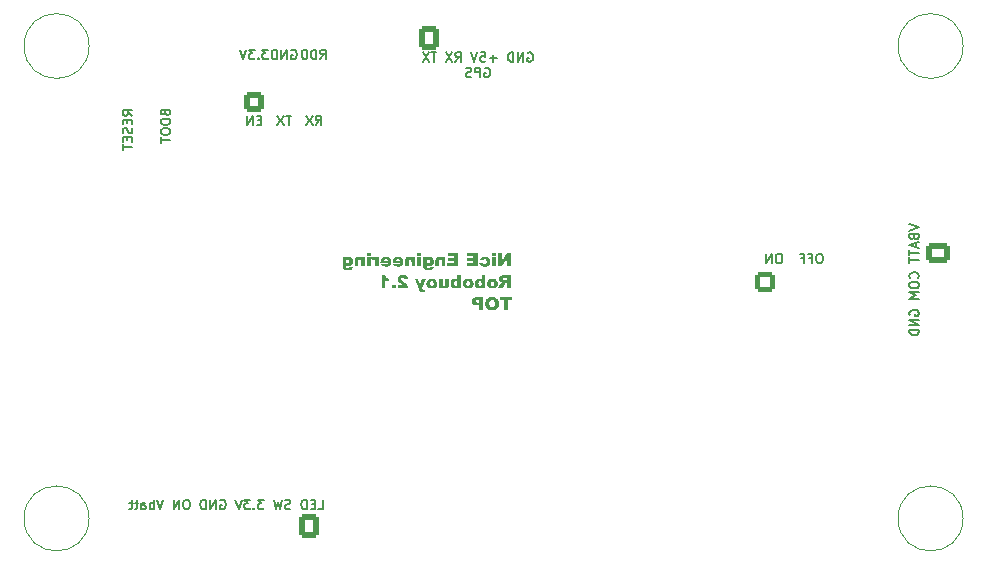
<source format=gbr>
%TF.GenerationSoftware,KiCad,Pcbnew,9.0.2*%
<<<<<<< HEAD
%TF.CreationDate,2025-06-18T20:52:38+02:00*%
=======
%TF.CreationDate,2025-06-17T18:05:03+02:00*%
>>>>>>> 2e23f7f8cb64151a60ec3d004f8241720292418e
%TF.ProjectId,Robobuoy-Top-v2_1,526f626f-6275-46f7-992d-546f702d7632,rev?*%
%TF.SameCoordinates,Original*%
%TF.FileFunction,Legend,Bot*%
%TF.FilePolarity,Positive*%
%FSLAX46Y46*%
G04 Gerber Fmt 4.6, Leading zero omitted, Abs format (unit mm)*
<<<<<<< HEAD
G04 Created by KiCad (PCBNEW 9.0.2) date 2025-06-18 20:52:38*
=======
G04 Created by KiCad (PCBNEW 9.0.2) date 2025-06-17 18:05:03*
>>>>>>> 2e23f7f8cb64151a60ec3d004f8241720292418e
%MOMM*%
%LPD*%
G01*
G04 APERTURE LIST*
G04 Aperture macros list*
%AMRoundRect*
0 Rectangle with rounded corners*
0 $1 Rounding radius*
0 $2 $3 $4 $5 $6 $7 $8 $9 X,Y pos of 4 corners*
0 Add a 4 corners polygon primitive as box body*
4,1,4,$2,$3,$4,$5,$6,$7,$8,$9,$2,$3,0*
0 Add four circle primitives for the rounded corners*
1,1,$1+$1,$2,$3*
1,1,$1+$1,$4,$5*
1,1,$1+$1,$6,$7*
1,1,$1+$1,$8,$9*
0 Add four rect primitives between the rounded corners*
20,1,$1+$1,$2,$3,$4,$5,0*
20,1,$1+$1,$4,$5,$6,$7,0*
20,1,$1+$1,$6,$7,$8,$9,0*
20,1,$1+$1,$8,$9,$2,$3,0*%
G04 Aperture macros list end*
%ADD10C,0.150000*%
%ADD11C,0.100000*%
%ADD12RoundRect,0.250000X-0.600000X-0.725000X0.600000X-0.725000X0.600000X0.725000X-0.600000X0.725000X0*%
%ADD13O,1.700000X1.950000*%
%ADD14C,3.200000*%
%ADD15R,1.700000X1.700000*%
%ADD16C,1.700000*%
%ADD17RoundRect,0.250000X0.600000X-0.600000X0.600000X0.600000X-0.600000X0.600000X-0.600000X-0.600000X0*%
%ADD18RoundRect,0.250000X0.600000X0.725000X-0.600000X0.725000X-0.600000X-0.725000X0.600000X-0.725000X0*%
%ADD19RoundRect,0.206250X-0.618750X-0.618750X0.618750X-0.618750X0.618750X0.618750X-0.618750X0.618750X0*%
%ADD20RoundRect,0.250000X-0.725000X0.600000X-0.725000X-0.600000X0.725000X-0.600000X0.725000X0.600000X0*%
%ADD21O,1.950000X1.700000*%
%ADD22R,1.650000X1.650000*%
%ADD23C,3.000000*%
G04 APERTURE END LIST*
D10*
X-14122477Y19663610D02*
X-14046287Y19701705D01*
X-14046287Y19701705D02*
X-13932001Y19701705D01*
X-13932001Y19701705D02*
X-13817715Y19663610D01*
X-13817715Y19663610D02*
X-13741525Y19587420D01*
X-13741525Y19587420D02*
X-13703430Y19511229D01*
X-13703430Y19511229D02*
X-13665334Y19358848D01*
X-13665334Y19358848D02*
X-13665334Y19244562D01*
X-13665334Y19244562D02*
X-13703430Y19092181D01*
X-13703430Y19092181D02*
X-13741525Y19015991D01*
X-13741525Y19015991D02*
X-13817715Y18939800D01*
X-13817715Y18939800D02*
X-13932001Y18901705D01*
X-13932001Y18901705D02*
X-14008192Y18901705D01*
X-14008192Y18901705D02*
X-14122477Y18939800D01*
X-14122477Y18939800D02*
X-14160573Y18977896D01*
X-14160573Y18977896D02*
X-14160573Y19244562D01*
X-14160573Y19244562D02*
X-14008192Y19244562D01*
X-14503430Y18901705D02*
X-14503430Y19701705D01*
X-14503430Y19701705D02*
X-14960573Y18901705D01*
X-14960573Y18901705D02*
X-14960573Y19701705D01*
X-15341525Y18901705D02*
X-15341525Y19701705D01*
X-15341525Y19701705D02*
X-15532001Y19701705D01*
X-15532001Y19701705D02*
X-15646287Y19663610D01*
X-15646287Y19663610D02*
X-15722477Y19587420D01*
X-15722477Y19587420D02*
X-15760572Y19511229D01*
X-15760572Y19511229D02*
X-15798668Y19358848D01*
X-15798668Y19358848D02*
X-15798668Y19244562D01*
X-15798668Y19244562D02*
X-15760572Y19092181D01*
X-15760572Y19092181D02*
X-15722477Y19015991D01*
X-15722477Y19015991D02*
X-15646287Y18939800D01*
X-15646287Y18939800D02*
X-15532001Y18901705D01*
X-15532001Y18901705D02*
X-15341525Y18901705D01*
G36*
X4457010Y2443461D02*
G01*
X4139177Y2443461D01*
X3724355Y1834796D01*
X3724355Y2443461D01*
X3403499Y2443461D01*
X3403499Y1343000D01*
X3724355Y1343000D01*
X4136893Y1948240D01*
X4136893Y1343000D01*
X4457010Y1343000D01*
X4457010Y2443461D01*
G37*
G36*
X3186214Y2443461D02*
G01*
X2880404Y2443461D01*
X2880404Y2237125D01*
X3186214Y2237125D01*
X3186214Y2443461D01*
G37*
G36*
X3186214Y2142554D02*
G01*
X2880404Y2142554D01*
X2880404Y1343000D01*
X3186214Y1343000D01*
X3186214Y2142554D01*
G37*
G36*
X2089717Y1656804D02*
G01*
X1798952Y1622414D01*
X1818767Y1563850D01*
X1845080Y1511802D01*
X1877873Y1465513D01*
X1917344Y1424997D01*
X1963773Y1390710D01*
X2017983Y1362479D01*
X2076037Y1343082D01*
X2147444Y1330405D01*
X2234797Y1325806D01*
X2356288Y1332308D01*
X2446305Y1349449D01*
X2500805Y1368809D01*
X2549033Y1394330D01*
X2591721Y1426019D01*
X2646113Y1483665D01*
X2687165Y1550210D01*
X2705291Y1599049D01*
X2717283Y1661141D01*
X2721689Y1739419D01*
X2716518Y1820657D01*
X2702102Y1888209D01*
X2679643Y1944345D01*
X2643482Y2000909D01*
X2595483Y2052013D01*
X2540241Y2094301D01*
X2485732Y2122941D01*
X2424978Y2142342D01*
X2349547Y2155100D01*
X2256559Y2159749D01*
X2156496Y2154489D01*
X2075536Y2140055D01*
X2010488Y2118082D01*
X1958607Y2089626D01*
X1911900Y2051280D01*
X1872528Y2005008D01*
X1840108Y1949902D01*
X1814736Y1884633D01*
X2102546Y1845945D01*
X2122254Y1893761D01*
X2151779Y1926344D01*
X2191737Y1946119D01*
X2247559Y1953412D01*
X2295648Y1947141D01*
X2335967Y1929063D01*
X2370407Y1898738D01*
X2394983Y1859533D01*
X2411261Y1805898D01*
X2417356Y1733374D01*
X2411463Y1669121D01*
X2395475Y1620304D01*
X2370810Y1583390D01*
X2336916Y1554931D01*
X2297887Y1537991D01*
X2252059Y1532142D01*
X2212994Y1535753D01*
X2179672Y1546047D01*
X2150973Y1562703D01*
X2126905Y1585625D01*
X2106430Y1616434D01*
X2089717Y1656804D01*
G37*
G36*
X1639028Y2443461D02*
G01*
X726768Y2443461D01*
X726768Y2207034D01*
X1297887Y2207034D01*
X1297887Y2030788D01*
X768143Y2030788D01*
X768143Y1807257D01*
X1297887Y1807257D01*
X1297887Y1592324D01*
X710245Y1592324D01*
X710245Y1343000D01*
X1639028Y1343000D01*
X1639028Y2443461D01*
G37*
G36*
X15203Y2443461D02*
G01*
X-897056Y2443461D01*
X-897056Y2207034D01*
X-325937Y2207034D01*
X-325937Y2030788D01*
X-855681Y2030788D01*
X-855681Y1807257D01*
X-325937Y1807257D01*
X-325937Y1592324D01*
X-913579Y1592324D01*
X-913579Y1343000D01*
X15203Y1343000D01*
X15203Y2443461D01*
G37*
G36*
X-1076458Y2142554D02*
G01*
X-1361245Y2142554D01*
X-1361245Y2011444D01*
X-1406496Y2062075D01*
X-1449442Y2099390D01*
X-1490474Y2125494D01*
X-1535335Y2143933D01*
X-1587946Y2155608D01*
X-1649794Y2159749D01*
X-1712613Y2154547D01*
X-1765549Y2139850D01*
X-1810413Y2116409D01*
X-1848540Y2084119D01*
X-1877970Y2044662D01*
X-1900352Y1994359D01*
X-1914992Y1930720D01*
X-1920342Y1850647D01*
X-1920342Y1343000D01*
X-1612987Y1343000D01*
X-1612987Y1781600D01*
X-1609178Y1831167D01*
X-1599364Y1865198D01*
X-1585179Y1887857D01*
X-1564745Y1904809D01*
X-1539198Y1915281D01*
X-1506997Y1919023D01*
X-1471899Y1914247D01*
X-1442290Y1900404D01*
X-1416792Y1876976D01*
X-1399506Y1846546D01*
X-1387159Y1798518D01*
X-1382269Y1725985D01*
X-1382269Y1343000D01*
X-1076458Y1343000D01*
X-1076458Y2142554D01*
G37*
G36*
X-2320019Y2153298D02*
G01*
X-2258026Y2134774D01*
X-2203556Y2104625D01*
X-2155358Y2062222D01*
X-2117867Y2011320D01*
X-2089797Y1948823D01*
X-2071733Y1872302D01*
X-2065220Y1778711D01*
X-2070155Y1696670D01*
X-2084043Y1626876D01*
X-2105857Y1567472D01*
X-2135074Y1516895D01*
X-2178368Y1465228D01*
X-2225196Y1426602D01*
X-2276021Y1399458D01*
X-2331737Y1383027D01*
X-2393599Y1377390D01*
X-2447262Y1381569D01*
X-2497883Y1393932D01*
X-2546135Y1414533D01*
X-2589389Y1443970D01*
X-2636272Y1490969D01*
X-2636272Y1369263D01*
X-2631761Y1310861D01*
X-2620197Y1271248D01*
X-2603562Y1245273D01*
X-2579502Y1226315D01*
X-2547434Y1214195D01*
X-2504827Y1209742D01*
X-2456887Y1215980D01*
X-2419928Y1233384D01*
X-2400621Y1254288D01*
X-2385337Y1291416D01*
X-2088460Y1325806D01*
X-2086983Y1284767D01*
X-2092864Y1225335D01*
X-2109768Y1173954D01*
X-2137445Y1128971D01*
X-2176785Y1089312D01*
X-2222412Y1061269D01*
X-2288339Y1038330D01*
X-2380773Y1022385D01*
X-2507044Y1016301D01*
X-2609108Y1021307D01*
X-2693767Y1035175D01*
X-2769950Y1060715D01*
X-2828235Y1096297D01*
X-2875395Y1144280D01*
X-2913134Y1206786D01*
X-2937111Y1276816D01*
X-2945105Y1350456D01*
X-2944367Y1385920D01*
X-2944367Y1756949D01*
X-2638556Y1756949D01*
X-2633571Y1700156D01*
X-2620201Y1657935D01*
X-2599868Y1626847D01*
X-2571756Y1602720D01*
X-2540220Y1588559D01*
X-2504021Y1583726D01*
X-2465819Y1588538D01*
X-2434018Y1602335D01*
X-2407099Y1625302D01*
X-2387861Y1655316D01*
X-2375089Y1696762D01*
X-2370292Y1753255D01*
X-2375061Y1818204D01*
X-2387391Y1863345D01*
X-2405219Y1893835D01*
X-2431020Y1917303D01*
X-2461689Y1931329D01*
X-2498782Y1936218D01*
X-2535819Y1931104D01*
X-2568470Y1916014D01*
X-2597987Y1890074D01*
X-2619502Y1857019D01*
X-2633433Y1813644D01*
X-2638556Y1756949D01*
X-2944367Y1756949D01*
X-2944367Y2142554D01*
X-2658102Y2142554D01*
X-2658102Y2022997D01*
X-2620328Y2069187D01*
X-2582703Y2103594D01*
X-2544993Y2127979D01*
X-2503483Y2144895D01*
X-2452884Y2155812D01*
X-2391315Y2159749D01*
X-2320019Y2153298D01*
G37*
G36*
X-3140359Y2443461D02*
G01*
X-3446170Y2443461D01*
X-3446170Y2237125D01*
X-3140359Y2237125D01*
X-3140359Y2443461D01*
G37*
G36*
X-3140359Y2142554D02*
G01*
X-3446170Y2142554D01*
X-3446170Y1343000D01*
X-3140359Y1343000D01*
X-3140359Y2142554D01*
G37*
G36*
X-3641692Y2142554D02*
G01*
X-3926479Y2142554D01*
X-3926479Y2011444D01*
X-3971730Y2062075D01*
X-4014676Y2099390D01*
X-4055708Y2125494D01*
X-4100569Y2143933D01*
X-4153180Y2155608D01*
X-4215028Y2159749D01*
X-4277847Y2154547D01*
X-4330783Y2139850D01*
X-4375647Y2116409D01*
X-4413774Y2084119D01*
X-4443204Y2044662D01*
X-4465586Y1994359D01*
X-4480225Y1930720D01*
X-4485576Y1850647D01*
X-4485576Y1343000D01*
X-4178220Y1343000D01*
X-4178220Y1781600D01*
X-4174411Y1831167D01*
X-4164598Y1865198D01*
X-4150413Y1887857D01*
X-4129979Y1904809D01*
X-4104432Y1915281D01*
X-4072231Y1919023D01*
X-4037132Y1914247D01*
X-4007524Y1900404D01*
X-3982026Y1876976D01*
X-3964740Y1846546D01*
X-3952393Y1798518D01*
X-3947502Y1725985D01*
X-3947502Y1343000D01*
X-3641692Y1343000D01*
X-3641692Y2142554D01*
G37*
G36*
X-4995055Y2154538D02*
G01*
X-4920681Y2139720D01*
X-4855818Y2116179D01*
X-4799118Y2084313D01*
X-4749541Y2044020D01*
X-4697670Y1982547D01*
X-4660583Y1912790D01*
X-4637702Y1833127D01*
X-4629715Y1741300D01*
X-4636704Y1655316D01*
X-4656807Y1579642D01*
X-4689427Y1512462D01*
X-4733802Y1452251D01*
X-4783865Y1405427D01*
X-4840082Y1370472D01*
X-4902456Y1347212D01*
X-4984095Y1331606D01*
X-5089606Y1325806D01*
X-5211096Y1332798D01*
X-5302386Y1351380D01*
X-5369826Y1378733D01*
X-5429662Y1419893D01*
X-5485194Y1477250D01*
X-5536669Y1553636D01*
X-5235358Y1579428D01*
X-5206076Y1547163D01*
X-5182028Y1528918D01*
X-5140121Y1511949D01*
X-5096323Y1506350D01*
X-5051154Y1512342D01*
X-5013168Y1529656D01*
X-4980595Y1558807D01*
X-4963327Y1584909D01*
X-4949748Y1620951D01*
X-4940765Y1669700D01*
X-5553930Y1669700D01*
X-5553930Y1704089D01*
X-5547423Y1807806D01*
X-5545702Y1815855D01*
X-5242881Y1815855D01*
X-4941504Y1815855D01*
X-4955166Y1880793D01*
X-4976833Y1922045D01*
X-5009348Y1953943D01*
X-5047531Y1972720D01*
X-5093301Y1979204D01*
X-5133849Y1974721D01*
X-5167265Y1962016D01*
X-5195125Y1941322D01*
X-5216072Y1913458D01*
X-5232402Y1872977D01*
X-5242881Y1815855D01*
X-5545702Y1815855D01*
X-5529529Y1891514D01*
X-5502078Y1958786D01*
X-5462167Y2018975D01*
X-5412165Y2068453D01*
X-5351020Y2108164D01*
X-5282840Y2135124D01*
X-5194301Y2153095D01*
X-5080539Y2159749D01*
X-4995055Y2154538D01*
G37*
G36*
X-6021363Y2154538D02*
G01*
X-5946990Y2139720D01*
X-5882127Y2116179D01*
X-5825426Y2084313D01*
X-5775849Y2044020D01*
X-5723979Y1982547D01*
X-5686892Y1912790D01*
X-5664010Y1833127D01*
X-5656024Y1741300D01*
X-5663013Y1655316D01*
X-5683115Y1579642D01*
X-5715735Y1512462D01*
X-5760111Y1452251D01*
X-5810174Y1405427D01*
X-5866390Y1370472D01*
X-5928764Y1347212D01*
X-6010403Y1331606D01*
X-6115915Y1325806D01*
X-6237405Y1332798D01*
X-6328694Y1351380D01*
X-6396135Y1378733D01*
X-6455970Y1419893D01*
X-6511502Y1477250D01*
X-6562977Y1553636D01*
X-6261667Y1579428D01*
X-6232385Y1547163D01*
X-6208336Y1528918D01*
X-6166430Y1511949D01*
X-6122632Y1506350D01*
X-6077462Y1512342D01*
X-6039477Y1529656D01*
X-6006903Y1558807D01*
X-5989636Y1584909D01*
X-5976057Y1620951D01*
X-5967073Y1669700D01*
X-6580239Y1669700D01*
X-6580239Y1704089D01*
X-6573732Y1807806D01*
X-6572011Y1815855D01*
X-6269189Y1815855D01*
X-5967812Y1815855D01*
X-5981475Y1880793D01*
X-6003142Y1922045D01*
X-6035657Y1953943D01*
X-6073839Y1972720D01*
X-6119609Y1979204D01*
X-6160158Y1974721D01*
X-6193574Y1962016D01*
X-6221434Y1941322D01*
X-6242381Y1913458D01*
X-6258710Y1872977D01*
X-6269189Y1815855D01*
X-6572011Y1815855D01*
X-6555837Y1891514D01*
X-6528386Y1958786D01*
X-6488476Y2018975D01*
X-6438474Y2068453D01*
X-6377328Y2108164D01*
X-6309148Y2135124D01*
X-6220609Y2153095D01*
X-6106847Y2159749D01*
X-6021363Y2154538D01*
G37*
G36*
X-6723640Y2142554D02*
G01*
X-7009905Y2142554D01*
X-7009905Y2011914D01*
X-7040554Y2066694D01*
X-7068908Y2104059D01*
X-7095207Y2127979D01*
X-7125954Y2145262D01*
X-7161758Y2155981D01*
X-7203815Y2159749D01*
X-7248052Y2155591D01*
X-7297039Y2142359D01*
X-7351851Y2118508D01*
X-7257146Y1900686D01*
X-7205231Y1918552D01*
X-7171508Y1923322D01*
X-7134084Y1917675D01*
X-7103617Y1901383D01*
X-7078348Y1873551D01*
X-7055145Y1823521D01*
X-7037943Y1740628D01*
X-7030995Y1611332D01*
X-7030995Y1343000D01*
X-6723640Y1343000D01*
X-6723640Y2142554D01*
G37*
G36*
X-7415391Y2443461D02*
G01*
X-7721201Y2443461D01*
X-7721201Y2237125D01*
X-7415391Y2237125D01*
X-7415391Y2443461D01*
G37*
G36*
X-7415391Y2142554D02*
G01*
X-7721201Y2142554D01*
X-7721201Y1343000D01*
X-7415391Y1343000D01*
X-7415391Y2142554D01*
G37*
G36*
X-7916723Y2142554D02*
G01*
X-8201511Y2142554D01*
X-8201511Y2011444D01*
X-8246762Y2062075D01*
X-8289708Y2099390D01*
X-8330740Y2125494D01*
X-8375600Y2143933D01*
X-8428212Y2155608D01*
X-8490059Y2159749D01*
X-8552879Y2154547D01*
X-8605814Y2139850D01*
X-8650678Y2116409D01*
X-8688806Y2084119D01*
X-8718236Y2044662D01*
X-8740617Y1994359D01*
X-8755257Y1930720D01*
X-8760607Y1850647D01*
X-8760607Y1343000D01*
X-8453252Y1343000D01*
X-8453252Y1781600D01*
X-8449443Y1831167D01*
X-8439629Y1865198D01*
X-8425445Y1887857D01*
X-8405010Y1904809D01*
X-8379463Y1915281D01*
X-8347263Y1919023D01*
X-8312164Y1914247D01*
X-8282555Y1900404D01*
X-8257058Y1876976D01*
X-8239771Y1846546D01*
X-8227425Y1798518D01*
X-8222534Y1725985D01*
X-8222534Y1343000D01*
X-7916723Y1343000D01*
X-7916723Y2142554D01*
G37*
G36*
X-9160284Y2153298D02*
G01*
X-9098292Y2134774D01*
X-9043821Y2104625D01*
X-8995623Y2062222D01*
X-8958132Y2011320D01*
X-8930062Y1948823D01*
X-8911998Y1872302D01*
X-8905486Y1778711D01*
X-8910421Y1696670D01*
X-8924308Y1626876D01*
X-8946122Y1567472D01*
X-8975339Y1516895D01*
X-9018633Y1465228D01*
X-9065462Y1426602D01*
X-9116287Y1399458D01*
X-9172002Y1383027D01*
X-9233864Y1377390D01*
X-9287527Y1381569D01*
X-9338148Y1393932D01*
X-9386400Y1414533D01*
X-9429654Y1443970D01*
X-9476538Y1490969D01*
X-9476538Y1369263D01*
X-9472027Y1310861D01*
X-9460462Y1271248D01*
X-9443827Y1245273D01*
X-9419768Y1226315D01*
X-9387699Y1214195D01*
X-9345092Y1209742D01*
X-9297152Y1215980D01*
X-9260193Y1233384D01*
X-9240886Y1254288D01*
X-9225603Y1291416D01*
X-8928725Y1325806D01*
X-8927248Y1284767D01*
X-8933129Y1225335D01*
X-8950034Y1173954D01*
X-8977711Y1128971D01*
X-9017050Y1089312D01*
X-9062677Y1061269D01*
X-9128605Y1038330D01*
X-9221038Y1022385D01*
X-9347309Y1016301D01*
X-9449373Y1021307D01*
X-9534032Y1035175D01*
X-9610215Y1060715D01*
X-9668500Y1096297D01*
X-9715660Y1144280D01*
X-9753399Y1206786D01*
X-9777376Y1276816D01*
X-9785371Y1350456D01*
X-9784632Y1385920D01*
X-9784632Y1756949D01*
X-9478821Y1756949D01*
X-9473836Y1700156D01*
X-9460466Y1657935D01*
X-9440133Y1626847D01*
X-9412021Y1602720D01*
X-9380486Y1588559D01*
X-9344286Y1583726D01*
X-9306084Y1588538D01*
X-9274283Y1602335D01*
X-9247365Y1625302D01*
X-9228126Y1655316D01*
X-9215354Y1696762D01*
X-9210557Y1753255D01*
X-9215326Y1818204D01*
X-9227656Y1863345D01*
X-9245484Y1893835D01*
X-9271285Y1917303D01*
X-9301955Y1931329D01*
X-9339047Y1936218D01*
X-9376084Y1931104D01*
X-9408735Y1916014D01*
X-9438253Y1890074D01*
X-9459767Y1857019D01*
X-9473698Y1813644D01*
X-9478821Y1756949D01*
X-9784632Y1756949D01*
X-9784632Y2142554D01*
X-9498367Y2142554D01*
X-9498367Y2022997D01*
X-9460594Y2069187D01*
X-9422968Y2103594D01*
X-9385258Y2127979D01*
X-9343748Y2144895D01*
X-9293149Y2155812D01*
X-9231580Y2159749D01*
X-9160284Y2153298D01*
G37*
G36*
X4454793Y-505000D02*
G01*
X4112847Y-505000D01*
X4112847Y-57937D01*
X4082824Y-57937D01*
X4038454Y-64382D01*
X3999403Y-83461D01*
X3973672Y-110143D01*
X3937811Y-168360D01*
X3755923Y-505000D01*
X3371192Y-505000D01*
X3535750Y-186965D01*
X3583506Y-118186D01*
X3617971Y-78168D01*
X3637978Y-60020D01*
X3670506Y-41257D01*
X3726638Y-19182D01*
X3655475Y1563D01*
X3607149Y24342D01*
X3564504Y54938D01*
X3528902Y90702D01*
X3499749Y132010D01*
X3478489Y177785D01*
X3465279Y230006D01*
X3462842Y261642D01*
X3802537Y261642D01*
X3807930Y227599D01*
X3823963Y197901D01*
X3848539Y175363D01*
X3879174Y163377D01*
X3969312Y148399D01*
X4112847Y148399D01*
X4112847Y371930D01*
X3963334Y371930D01*
X3901177Y367819D01*
X3861015Y357555D01*
X3836389Y343384D01*
X3817967Y322265D01*
X3806604Y295590D01*
X3802537Y261642D01*
X3462842Y261642D01*
X3460658Y289987D01*
X3466695Y358461D01*
X3483926Y417275D01*
X3511772Y468247D01*
X3549681Y512183D01*
X3594180Y545300D01*
X3646240Y568460D01*
X3702858Y582208D01*
X3781414Y591807D01*
X3887436Y595461D01*
X4454793Y595461D01*
X4454793Y-505000D01*
G37*
G36*
X2988186Y306489D02*
G01*
X3062388Y291471D01*
X3127731Y267489D01*
X3185459Y234859D01*
X3236522Y193401D01*
X3290289Y130422D01*
X3328372Y60341D01*
X3351646Y-18287D01*
X3359706Y-107506D01*
X3353607Y-184579D01*
X3335946Y-253585D01*
X3307130Y-315927D01*
X3266820Y-372682D01*
X3213954Y-424534D01*
X3152405Y-465953D01*
X3081272Y-496350D01*
X2998809Y-515457D01*
X2902838Y-522194D01*
X2815482Y-516893D01*
X2739541Y-501827D01*
X2673371Y-477904D01*
X2615588Y-445543D01*
X2565123Y-404652D01*
X2511963Y-342076D01*
X2474198Y-272031D01*
X2451050Y-193020D01*
X2443014Y-102939D01*
X2443106Y-101797D01*
X2750302Y-101797D01*
X2755998Y-175865D01*
X2770890Y-228471D01*
X2792751Y-265013D01*
X2823935Y-293428D01*
X2859615Y-310129D01*
X2901360Y-315858D01*
X2942552Y-310103D01*
X2978259Y-293214D01*
X3009969Y-264274D01*
X3032425Y-227246D01*
X3047475Y-175636D01*
X3053157Y-104820D01*
X3047465Y-35113D01*
X3032314Y16181D01*
X3009566Y53425D01*
X2977585Y82529D01*
X2941272Y99581D01*
X2899076Y105412D01*
X2859341Y99747D01*
X2824502Y83021D01*
X2793154Y54164D01*
X2770795Y17460D01*
X2755899Y-33094D01*
X2750302Y-101797D01*
X2443106Y-101797D01*
X2449488Y-22340D01*
X2468208Y49520D01*
X2498725Y114171D01*
X2541413Y172781D01*
X2592829Y221060D01*
X2653160Y259208D01*
X2723768Y287483D01*
X2806508Y305398D01*
X2903644Y311749D01*
X2988186Y306489D01*
G37*
G36*
X2294374Y-505000D02*
G01*
X2008042Y-505000D01*
X2008042Y-386786D01*
X1947233Y-452447D01*
X1898359Y-487805D01*
X1852681Y-506774D01*
X1803815Y-518274D01*
X1751062Y-522194D01*
X1689858Y-516648D01*
X1633229Y-500304D01*
X1580122Y-473028D01*
X1533614Y-435747D01*
X1493450Y-386800D01*
X1459491Y-324254D01*
X1435847Y-256572D01*
X1421064Y-180264D01*
X1416254Y-99849D01*
X1721777Y-99849D01*
X1726895Y-171175D01*
X1740067Y-220315D01*
X1758987Y-253124D01*
X1786279Y-278816D01*
X1816542Y-293649D01*
X1851006Y-298663D01*
X1888447Y-293475D01*
X1920675Y-278300D01*
X1949069Y-252385D01*
X1968969Y-219067D01*
X1982554Y-170903D01*
X1987758Y-102872D01*
X1982627Y-41167D01*
X1968944Y4374D01*
X1948331Y37574D01*
X1919370Y63382D01*
X1885928Y78654D01*
X1846506Y83919D01*
X1813984Y79083D01*
X1784941Y64657D01*
X1758249Y39454D01*
X1739383Y7649D01*
X1726625Y-37358D01*
X1721777Y-99849D01*
X1416254Y-99849D01*
X1415900Y-93939D01*
X1422760Y4627D01*
X1441837Y85668D01*
X1471559Y152272D01*
X1511344Y206901D01*
X1562511Y252991D01*
X1618931Y285348D01*
X1681724Y304980D01*
X1752539Y311749D01*
X1821005Y305583D01*
X1881433Y287770D01*
X1936232Y258023D01*
X1985474Y215834D01*
X1985474Y595461D01*
X2294374Y595461D01*
X2294374Y-505000D01*
G37*
G36*
X935569Y306489D02*
G01*
X1009771Y291471D01*
X1075114Y267489D01*
X1132842Y234859D01*
X1183905Y193401D01*
X1237672Y130422D01*
X1275755Y60341D01*
X1299029Y-18287D01*
X1307089Y-107506D01*
X1300990Y-184579D01*
X1283329Y-253585D01*
X1254513Y-315927D01*
X1214203Y-372682D01*
X1161337Y-424534D01*
X1099788Y-465953D01*
X1028655Y-496350D01*
X946192Y-515457D01*
X850221Y-522194D01*
X762865Y-516893D01*
X686924Y-501827D01*
X620754Y-477904D01*
X562971Y-445543D01*
X512506Y-404652D01*
X459346Y-342076D01*
X421581Y-272031D01*
X398433Y-193020D01*
X390397Y-102939D01*
X390489Y-101797D01*
X697685Y-101797D01*
X703381Y-175865D01*
X718273Y-228471D01*
X740135Y-265013D01*
X771318Y-293428D01*
X806999Y-310129D01*
X848743Y-315858D01*
X889935Y-310103D01*
X925642Y-293214D01*
X957352Y-264274D01*
X979808Y-227246D01*
X994858Y-175636D01*
X1000540Y-104820D01*
X994848Y-35113D01*
X979697Y16181D01*
X956949Y53425D01*
X924968Y82529D01*
X888655Y99581D01*
X846460Y105412D01*
X806724Y99747D01*
X771885Y83021D01*
X740538Y54164D01*
X718178Y17460D01*
X703282Y-33094D01*
X697685Y-101797D01*
X390489Y-101797D01*
X396871Y-22340D01*
X415591Y49520D01*
X446108Y114171D01*
X488796Y172781D01*
X540212Y221060D01*
X600543Y259208D01*
X671151Y287483D01*
X753892Y305398D01*
X851027Y311749D01*
X935569Y306489D01*
G37*
G36*
X241757Y-505000D02*
G01*
X-44575Y-505000D01*
X-44575Y-386786D01*
X-105384Y-452447D01*
X-154258Y-487805D01*
X-199936Y-506774D01*
X-248802Y-518274D01*
X-301555Y-522194D01*
X-362759Y-516648D01*
X-419388Y-500304D01*
X-472495Y-473028D01*
X-519003Y-435747D01*
X-559167Y-386800D01*
X-593126Y-324254D01*
X-616770Y-256572D01*
X-631553Y-180264D01*
X-636363Y-99849D01*
X-330840Y-99849D01*
X-325722Y-171175D01*
X-312550Y-220315D01*
X-293629Y-253124D01*
X-266338Y-278816D01*
X-236075Y-293649D01*
X-201611Y-298663D01*
X-164170Y-293475D01*
X-131941Y-278300D01*
X-103547Y-252385D01*
X-83647Y-219067D01*
X-70063Y-170903D01*
X-64859Y-102872D01*
X-69989Y-41167D01*
X-83673Y4374D01*
X-104286Y37574D01*
X-133247Y63382D01*
X-166689Y78654D01*
X-206111Y83919D01*
X-238632Y79083D01*
X-267675Y64657D01*
X-294368Y39454D01*
X-313234Y7649D01*
X-325992Y-37358D01*
X-330840Y-99849D01*
X-636363Y-99849D01*
X-636717Y-93939D01*
X-629857Y4627D01*
X-610780Y85668D01*
X-581058Y152272D01*
X-541273Y206901D01*
X-490106Y252991D01*
X-433686Y285348D01*
X-370893Y304980D01*
X-300077Y311749D01*
X-231612Y305583D01*
X-171184Y287770D01*
X-116385Y258023D01*
X-67143Y215834D01*
X-67143Y595461D01*
X241757Y595461D01*
X241757Y-505000D01*
G37*
G36*
X-1623935Y-505000D02*
G01*
X-1338409Y-505000D01*
X-1338409Y-374226D01*
X-1293141Y-424998D01*
X-1250313Y-462269D01*
X-1209516Y-488208D01*
X-1164924Y-506462D01*
X-1112229Y-518066D01*
X-1049860Y-522194D01*
X-987439Y-517009D01*
X-934728Y-502343D01*
X-889946Y-478926D01*
X-851785Y-446632D01*
X-822357Y-407142D01*
X-799997Y-356913D01*
X-785386Y-293493D01*
X-780051Y-213831D01*
X-780051Y294554D01*
X-1087406Y294554D01*
X-1087406Y-143441D01*
X-1091206Y-192959D01*
X-1101013Y-227106D01*
X-1115214Y-249967D01*
X-1135674Y-267117D01*
X-1161222Y-277693D01*
X-1193396Y-281468D01*
X-1227979Y-276730D01*
X-1257453Y-262934D01*
X-1283130Y-239489D01*
X-1300675Y-209020D01*
X-1313177Y-161043D01*
X-1318124Y-88700D01*
X-1318124Y294554D01*
X-1623935Y294554D01*
X-1623935Y-505000D01*
G37*
G36*
X-2143356Y306489D02*
G01*
X-2069154Y291471D01*
X-2003811Y267489D01*
X-1946083Y234859D01*
X-1895020Y193401D01*
X-1841253Y130422D01*
X-1803170Y60341D01*
X-1779896Y-18287D01*
X-1771836Y-107506D01*
X-1777935Y-184579D01*
X-1795596Y-253585D01*
X-1824412Y-315927D01*
X-1864722Y-372682D01*
X-1917588Y-424534D01*
X-1979137Y-465953D01*
X-2050271Y-496350D01*
X-2132734Y-515457D01*
X-2228704Y-522194D01*
X-2316060Y-516893D01*
X-2392002Y-501827D01*
X-2458171Y-477904D01*
X-2515954Y-445543D01*
X-2566419Y-404652D01*
X-2619579Y-342076D01*
X-2657345Y-272031D01*
X-2680493Y-193020D01*
X-2688528Y-102939D01*
X-2688436Y-101797D01*
X-2381240Y-101797D01*
X-2375545Y-175865D01*
X-2360652Y-228471D01*
X-2338791Y-265013D01*
X-2307607Y-293428D01*
X-2271927Y-310129D01*
X-2230182Y-315858D01*
X-2188991Y-310103D01*
X-2153284Y-293214D01*
X-2121573Y-264274D01*
X-2099117Y-227246D01*
X-2084067Y-175636D01*
X-2078385Y-104820D01*
X-2084077Y-35113D01*
X-2099228Y16181D01*
X-2121976Y53425D01*
X-2153958Y82529D01*
X-2190270Y99581D01*
X-2232466Y105412D01*
X-2272201Y99747D01*
X-2307041Y83021D01*
X-2338388Y54164D01*
X-2360747Y17460D01*
X-2375643Y-33094D01*
X-2381240Y-101797D01*
X-2688436Y-101797D01*
X-2682054Y-22340D01*
X-2663334Y49520D01*
X-2632817Y114171D01*
X-2590129Y172781D01*
X-2538714Y221060D01*
X-2478382Y259208D01*
X-2407775Y287483D01*
X-2325034Y305398D01*
X-2227898Y311749D01*
X-2143356Y306489D01*
G37*
G36*
X-2721238Y294554D02*
G01*
X-3044378Y294554D01*
X-3208936Y-237743D01*
X-3361472Y294554D01*
X-3662782Y294554D01*
X-3346427Y-561084D01*
X-3305407Y-657946D01*
X-3268673Y-721015D01*
X-3235938Y-759159D01*
X-3194565Y-788883D01*
X-3142096Y-811510D01*
X-3076024Y-826301D01*
X-2993264Y-831699D01*
X-2918208Y-828047D01*
X-2788875Y-814034D01*
X-2764830Y-603063D01*
X-2833353Y-619576D01*
X-2912126Y-625362D01*
X-2962399Y-618417D01*
X-2999645Y-599234D01*
X-3028587Y-565974D01*
X-3056401Y-505738D01*
X-2721238Y294554D01*
G37*
G36*
X-5129235Y-505000D02*
G01*
X-4210998Y-505000D01*
X-4228496Y-416898D01*
X-4260173Y-332134D01*
X-4306778Y-249766D01*
X-4366524Y-175138D01*
X-4462891Y-82464D01*
X-4607013Y32066D01*
X-4727335Y128458D01*
X-4779094Y183057D01*
X-4808021Y235354D01*
X-4816641Y280919D01*
X-4812492Y312748D01*
X-4800276Y340937D01*
X-4779430Y366490D01*
X-4752791Y386068D01*
X-4722007Y397905D01*
X-4685867Y402021D01*
X-4648351Y397704D01*
X-4616879Y385356D01*
X-4590087Y365012D01*
X-4569974Y337733D01*
X-4552893Y295866D01*
X-4540115Y234372D01*
X-4233566Y259291D01*
X-4250303Y344951D01*
X-4272720Y411343D01*
X-4299658Y462001D01*
X-4335595Y506300D01*
X-4380397Y543450D01*
X-4435268Y573766D01*
X-4495088Y593907D01*
X-4574319Y607554D01*
X-4677605Y612656D01*
X-4785723Y607789D01*
X-4867807Y594843D01*
X-4928943Y575916D01*
X-4985172Y546638D01*
X-5031883Y509161D01*
X-5070195Y463008D01*
X-5098783Y410308D01*
X-5115898Y353825D01*
X-5121712Y292405D01*
X-5115294Y227082D01*
X-5095928Y163428D01*
X-5062740Y100375D01*
X-5018487Y43708D01*
X-4949297Y-22562D01*
X-4848209Y-100185D01*
X-4724555Y-189181D01*
X-4651343Y-255676D01*
X-5129235Y-255676D01*
X-5129235Y-505000D01*
G37*
G36*
X-5289898Y-199794D02*
G01*
X-5616798Y-199794D01*
X-5616798Y-505000D01*
X-5289898Y-505000D01*
X-5289898Y-199794D01*
G37*
G36*
X-6466055Y612656D02*
G01*
X-6466055Y-505000D01*
X-6156484Y-505000D01*
X-6156484Y225708D01*
X-6080821Y173287D01*
X-6011067Y133891D01*
X-5935825Y101081D01*
X-5834822Y66724D01*
X-5834822Y316047D01*
X-5937350Y354680D01*
X-6016983Y395370D01*
X-6077563Y437552D01*
X-6130872Y488376D01*
X-6175841Y546502D01*
X-6212837Y612656D01*
X-6466055Y612656D01*
G37*
G36*
X4536670Y-1252539D02*
G01*
X3501965Y-1252539D01*
X3501965Y-1523355D01*
X3849151Y-1523355D01*
X3849151Y-2353000D01*
X4189552Y-2353000D01*
X4189552Y-1523355D01*
X4536670Y-1523355D01*
X4536670Y-1252539D01*
G37*
G36*
X2983320Y-1242088D02*
G01*
X3077535Y-1261250D01*
X3159509Y-1291684D01*
X3230999Y-1332895D01*
X3293345Y-1385059D01*
X3345682Y-1447191D01*
X3387033Y-1518541D01*
X3417580Y-1600464D01*
X3436822Y-1694743D01*
X3443598Y-1803508D01*
X3438331Y-1900391D01*
X3423357Y-1985026D01*
X3399632Y-2059053D01*
X3367699Y-2123894D01*
X3325876Y-2184846D01*
X3279104Y-2235779D01*
X3227196Y-2277654D01*
X3169691Y-2311087D01*
X3086183Y-2342519D01*
X2984570Y-2362859D01*
X2861262Y-2370194D01*
X2768746Y-2365428D01*
X2687845Y-2351884D01*
X2617053Y-2330453D01*
X2555048Y-2301684D01*
X2496829Y-2263724D01*
X2446498Y-2219393D01*
X2403403Y-2168371D01*
X2367183Y-2110057D01*
X2340186Y-2048282D01*
X2319813Y-1976205D01*
X2306789Y-1892217D01*
X2302165Y-1794508D01*
X2302400Y-1790746D01*
X2642566Y-1790746D01*
X2647494Y-1886765D01*
X2660485Y-1957846D01*
X2679345Y-2009296D01*
X2702681Y-2045577D01*
X2735102Y-2076096D01*
X2773346Y-2098043D01*
X2818579Y-2111732D01*
X2872478Y-2116572D01*
X2924662Y-2111731D01*
X2969270Y-2097914D01*
X3007779Y-2075530D01*
X3041201Y-2044099D01*
X3065907Y-2006834D01*
X3085311Y-1956941D01*
X3098344Y-1891176D01*
X3103196Y-1805657D01*
X3098304Y-1719322D01*
X3085180Y-1653115D01*
X3065671Y-1603051D01*
X3040866Y-1565805D01*
X3007224Y-1534138D01*
X2969121Y-1511751D01*
X2925658Y-1498038D01*
X2875501Y-1493265D01*
X2822858Y-1498049D01*
X2777848Y-1511695D01*
X2739002Y-1533762D01*
X2705300Y-1564663D01*
X2679966Y-1601506D01*
X2660362Y-1649567D01*
X2647362Y-1711554D01*
X2642566Y-1790746D01*
X2302400Y-1790746D01*
X2308875Y-1687281D01*
X2327927Y-1594397D01*
X2358169Y-1513736D01*
X2399110Y-1443531D01*
X2450940Y-1382439D01*
X2512426Y-1331582D01*
X2583836Y-1291152D01*
X2666674Y-1261104D01*
X2762882Y-1242073D01*
X2874762Y-1235344D01*
X2983320Y-1242088D01*
G37*
G36*
X2120143Y-2353000D02*
G01*
X1778264Y-2353000D01*
X1778264Y-1944625D01*
X1591877Y-1944625D01*
X1487570Y-1937665D01*
X1404254Y-1918577D01*
X1338022Y-1889327D01*
X1285730Y-1850793D01*
X1242847Y-1800833D01*
X1211756Y-1742043D01*
X1192277Y-1672671D01*
X1186170Y-1599724D01*
X1516784Y-1599724D01*
X1521294Y-1633364D01*
X1534406Y-1662052D01*
X1556614Y-1687041D01*
X1585479Y-1704282D01*
X1629643Y-1716366D01*
X1694843Y-1721094D01*
X1778264Y-1721094D01*
X1778264Y-1476070D01*
X1681343Y-1476070D01*
X1618389Y-1481121D01*
X1577190Y-1493894D01*
X1551375Y-1512071D01*
X1532169Y-1537761D01*
X1520718Y-1566638D01*
X1516784Y-1599724D01*
X1186170Y-1599724D01*
X1185383Y-1590321D01*
X1191825Y-1509751D01*
X1209896Y-1442804D01*
X1238464Y-1386977D01*
X1277469Y-1340393D01*
X1325607Y-1304093D01*
X1385900Y-1276730D01*
X1461021Y-1258982D01*
X1554330Y-1252539D01*
X2120143Y-1252539D01*
X2120143Y-2353000D01*
G37*
X-14122477Y14113705D02*
X-14579620Y14113705D01*
X-14351048Y13313705D02*
X-14351048Y14113705D01*
X-14770096Y14113705D02*
X-15303430Y13313705D01*
X-15303430Y14113705D02*
X-14770096Y13313705D01*
X-27577705Y14109505D02*
X-27958658Y14376172D01*
X-27577705Y14566648D02*
X-28377705Y14566648D01*
X-28377705Y14566648D02*
X-28377705Y14261886D01*
X-28377705Y14261886D02*
X-28339610Y14185696D01*
X-28339610Y14185696D02*
X-28301515Y14147601D01*
X-28301515Y14147601D02*
X-28225324Y14109505D01*
X-28225324Y14109505D02*
X-28111039Y14109505D01*
X-28111039Y14109505D02*
X-28034848Y14147601D01*
X-28034848Y14147601D02*
X-27996753Y14185696D01*
X-27996753Y14185696D02*
X-27958658Y14261886D01*
X-27958658Y14261886D02*
X-27958658Y14566648D01*
X-27996753Y13766648D02*
X-27996753Y13499982D01*
X-27577705Y13385696D02*
X-27577705Y13766648D01*
X-27577705Y13766648D02*
X-28377705Y13766648D01*
X-28377705Y13766648D02*
X-28377705Y13385696D01*
X-27615800Y13080934D02*
X-27577705Y12966648D01*
X-27577705Y12966648D02*
X-27577705Y12776172D01*
X-27577705Y12776172D02*
X-27615800Y12699981D01*
X-27615800Y12699981D02*
X-27653896Y12661886D01*
X-27653896Y12661886D02*
X-27730086Y12623791D01*
X-27730086Y12623791D02*
X-27806277Y12623791D01*
X-27806277Y12623791D02*
X-27882467Y12661886D01*
X-27882467Y12661886D02*
X-27920562Y12699981D01*
X-27920562Y12699981D02*
X-27958658Y12776172D01*
X-27958658Y12776172D02*
X-27996753Y12928553D01*
X-27996753Y12928553D02*
X-28034848Y13004743D01*
X-28034848Y13004743D02*
X-28072943Y13042838D01*
X-28072943Y13042838D02*
X-28149134Y13080934D01*
X-28149134Y13080934D02*
X-28225324Y13080934D01*
X-28225324Y13080934D02*
X-28301515Y13042838D01*
X-28301515Y13042838D02*
X-28339610Y13004743D01*
X-28339610Y13004743D02*
X-28377705Y12928553D01*
X-28377705Y12928553D02*
X-28377705Y12738076D01*
X-28377705Y12738076D02*
X-28339610Y12623791D01*
X-27996753Y12280933D02*
X-27996753Y12014267D01*
X-27577705Y11899981D02*
X-27577705Y12280933D01*
X-27577705Y12280933D02*
X-28377705Y12280933D01*
X-28377705Y12280933D02*
X-28377705Y11899981D01*
X-28377705Y11671409D02*
X-28377705Y11214266D01*
X-27577705Y11442838D02*
X-28377705Y11442838D01*
X-11846113Y-19198295D02*
X-11465161Y-19198295D01*
X-11465161Y-19198295D02*
X-11465161Y-18398295D01*
X-12112780Y-18779247D02*
X-12379446Y-18779247D01*
X-12493732Y-19198295D02*
X-12112780Y-19198295D01*
X-12112780Y-19198295D02*
X-12112780Y-18398295D01*
X-12112780Y-18398295D02*
X-12493732Y-18398295D01*
X-12836590Y-19198295D02*
X-12836590Y-18398295D01*
X-12836590Y-18398295D02*
X-13027066Y-18398295D01*
X-13027066Y-18398295D02*
X-13141352Y-18436390D01*
X-13141352Y-18436390D02*
X-13217542Y-18512580D01*
X-13217542Y-18512580D02*
X-13255637Y-18588771D01*
X-13255637Y-18588771D02*
X-13293733Y-18741152D01*
X-13293733Y-18741152D02*
X-13293733Y-18855438D01*
X-13293733Y-18855438D02*
X-13255637Y-19007819D01*
X-13255637Y-19007819D02*
X-13217542Y-19084009D01*
X-13217542Y-19084009D02*
X-13141352Y-19160200D01*
X-13141352Y-19160200D02*
X-13027066Y-19198295D01*
X-13027066Y-19198295D02*
X-12836590Y-19198295D01*
X-14208018Y-19160200D02*
X-14322304Y-19198295D01*
X-14322304Y-19198295D02*
X-14512780Y-19198295D01*
X-14512780Y-19198295D02*
X-14588971Y-19160200D01*
X-14588971Y-19160200D02*
X-14627066Y-19122104D01*
X-14627066Y-19122104D02*
X-14665161Y-19045914D01*
X-14665161Y-19045914D02*
X-14665161Y-18969723D01*
X-14665161Y-18969723D02*
X-14627066Y-18893533D01*
X-14627066Y-18893533D02*
X-14588971Y-18855438D01*
X-14588971Y-18855438D02*
X-14512780Y-18817342D01*
X-14512780Y-18817342D02*
X-14360399Y-18779247D01*
X-14360399Y-18779247D02*
X-14284209Y-18741152D01*
X-14284209Y-18741152D02*
X-14246114Y-18703057D01*
X-14246114Y-18703057D02*
X-14208018Y-18626866D01*
X-14208018Y-18626866D02*
X-14208018Y-18550676D01*
X-14208018Y-18550676D02*
X-14246114Y-18474485D01*
X-14246114Y-18474485D02*
X-14284209Y-18436390D01*
X-14284209Y-18436390D02*
X-14360399Y-18398295D01*
X-14360399Y-18398295D02*
X-14550876Y-18398295D01*
X-14550876Y-18398295D02*
X-14665161Y-18436390D01*
X-14931828Y-18398295D02*
X-15122304Y-19198295D01*
X-15122304Y-19198295D02*
X-15274685Y-18626866D01*
X-15274685Y-18626866D02*
X-15427066Y-19198295D01*
X-15427066Y-19198295D02*
X-15617542Y-18398295D01*
X-16455638Y-18398295D02*
X-16950876Y-18398295D01*
X-16950876Y-18398295D02*
X-16684210Y-18703057D01*
X-16684210Y-18703057D02*
X-16798495Y-18703057D01*
X-16798495Y-18703057D02*
X-16874686Y-18741152D01*
X-16874686Y-18741152D02*
X-16912781Y-18779247D01*
X-16912781Y-18779247D02*
X-16950876Y-18855438D01*
X-16950876Y-18855438D02*
X-16950876Y-19045914D01*
X-16950876Y-19045914D02*
X-16912781Y-19122104D01*
X-16912781Y-19122104D02*
X-16874686Y-19160200D01*
X-16874686Y-19160200D02*
X-16798495Y-19198295D01*
X-16798495Y-19198295D02*
X-16569924Y-19198295D01*
X-16569924Y-19198295D02*
X-16493733Y-19160200D01*
X-16493733Y-19160200D02*
X-16455638Y-19122104D01*
X-17293734Y-19122104D02*
X-17331829Y-19160200D01*
X-17331829Y-19160200D02*
X-17293734Y-19198295D01*
X-17293734Y-19198295D02*
X-17255638Y-19160200D01*
X-17255638Y-19160200D02*
X-17293734Y-19122104D01*
X-17293734Y-19122104D02*
X-17293734Y-19198295D01*
X-17598495Y-18398295D02*
X-18093733Y-18398295D01*
X-18093733Y-18398295D02*
X-17827067Y-18703057D01*
X-17827067Y-18703057D02*
X-17941352Y-18703057D01*
X-17941352Y-18703057D02*
X-18017543Y-18741152D01*
X-18017543Y-18741152D02*
X-18055638Y-18779247D01*
X-18055638Y-18779247D02*
X-18093733Y-18855438D01*
X-18093733Y-18855438D02*
X-18093733Y-19045914D01*
X-18093733Y-19045914D02*
X-18055638Y-19122104D01*
X-18055638Y-19122104D02*
X-18017543Y-19160200D01*
X-18017543Y-19160200D02*
X-17941352Y-19198295D01*
X-17941352Y-19198295D02*
X-17712781Y-19198295D01*
X-17712781Y-19198295D02*
X-17636590Y-19160200D01*
X-17636590Y-19160200D02*
X-17598495Y-19122104D01*
X-18322305Y-18398295D02*
X-18588972Y-19198295D01*
X-18588972Y-19198295D02*
X-18855638Y-18398295D01*
X-20150876Y-18436390D02*
X-20074686Y-18398295D01*
X-20074686Y-18398295D02*
X-19960400Y-18398295D01*
X-19960400Y-18398295D02*
X-19846114Y-18436390D01*
X-19846114Y-18436390D02*
X-19769924Y-18512580D01*
X-19769924Y-18512580D02*
X-19731829Y-18588771D01*
X-19731829Y-18588771D02*
X-19693733Y-18741152D01*
X-19693733Y-18741152D02*
X-19693733Y-18855438D01*
X-19693733Y-18855438D02*
X-19731829Y-19007819D01*
X-19731829Y-19007819D02*
X-19769924Y-19084009D01*
X-19769924Y-19084009D02*
X-19846114Y-19160200D01*
X-19846114Y-19160200D02*
X-19960400Y-19198295D01*
X-19960400Y-19198295D02*
X-20036591Y-19198295D01*
X-20036591Y-19198295D02*
X-20150876Y-19160200D01*
X-20150876Y-19160200D02*
X-20188972Y-19122104D01*
X-20188972Y-19122104D02*
X-20188972Y-18855438D01*
X-20188972Y-18855438D02*
X-20036591Y-18855438D01*
X-20531829Y-19198295D02*
X-20531829Y-18398295D01*
X-20531829Y-18398295D02*
X-20988972Y-19198295D01*
X-20988972Y-19198295D02*
X-20988972Y-18398295D01*
X-21369924Y-19198295D02*
X-21369924Y-18398295D01*
X-21369924Y-18398295D02*
X-21560400Y-18398295D01*
X-21560400Y-18398295D02*
X-21674686Y-18436390D01*
X-21674686Y-18436390D02*
X-21750876Y-18512580D01*
X-21750876Y-18512580D02*
X-21788971Y-18588771D01*
X-21788971Y-18588771D02*
X-21827067Y-18741152D01*
X-21827067Y-18741152D02*
X-21827067Y-18855438D01*
X-21827067Y-18855438D02*
X-21788971Y-19007819D01*
X-21788971Y-19007819D02*
X-21750876Y-19084009D01*
X-21750876Y-19084009D02*
X-21674686Y-19160200D01*
X-21674686Y-19160200D02*
X-21560400Y-19198295D01*
X-21560400Y-19198295D02*
X-21369924Y-19198295D01*
X-22931829Y-18398295D02*
X-23084210Y-18398295D01*
X-23084210Y-18398295D02*
X-23160400Y-18436390D01*
X-23160400Y-18436390D02*
X-23236591Y-18512580D01*
X-23236591Y-18512580D02*
X-23274686Y-18664961D01*
X-23274686Y-18664961D02*
X-23274686Y-18931628D01*
X-23274686Y-18931628D02*
X-23236591Y-19084009D01*
X-23236591Y-19084009D02*
X-23160400Y-19160200D01*
X-23160400Y-19160200D02*
X-23084210Y-19198295D01*
X-23084210Y-19198295D02*
X-22931829Y-19198295D01*
X-22931829Y-19198295D02*
X-22855638Y-19160200D01*
X-22855638Y-19160200D02*
X-22779448Y-19084009D01*
X-22779448Y-19084009D02*
X-22741352Y-18931628D01*
X-22741352Y-18931628D02*
X-22741352Y-18664961D01*
X-22741352Y-18664961D02*
X-22779448Y-18512580D01*
X-22779448Y-18512580D02*
X-22855638Y-18436390D01*
X-22855638Y-18436390D02*
X-22931829Y-18398295D01*
X-23617543Y-19198295D02*
X-23617543Y-18398295D01*
X-23617543Y-18398295D02*
X-24074686Y-19198295D01*
X-24074686Y-19198295D02*
X-24074686Y-18398295D01*
X-24950876Y-18398295D02*
X-25217543Y-19198295D01*
X-25217543Y-19198295D02*
X-25484209Y-18398295D01*
X-25750876Y-19198295D02*
X-25750876Y-18398295D01*
X-25750876Y-18703057D02*
X-25827066Y-18664961D01*
X-25827066Y-18664961D02*
X-25979447Y-18664961D01*
X-25979447Y-18664961D02*
X-26055638Y-18703057D01*
X-26055638Y-18703057D02*
X-26093733Y-18741152D01*
X-26093733Y-18741152D02*
X-26131828Y-18817342D01*
X-26131828Y-18817342D02*
X-26131828Y-19045914D01*
X-26131828Y-19045914D02*
X-26093733Y-19122104D01*
X-26093733Y-19122104D02*
X-26055638Y-19160200D01*
X-26055638Y-19160200D02*
X-25979447Y-19198295D01*
X-25979447Y-19198295D02*
X-25827066Y-19198295D01*
X-25827066Y-19198295D02*
X-25750876Y-19160200D01*
X-26817543Y-19198295D02*
X-26817543Y-18779247D01*
X-26817543Y-18779247D02*
X-26779448Y-18703057D01*
X-26779448Y-18703057D02*
X-26703257Y-18664961D01*
X-26703257Y-18664961D02*
X-26550876Y-18664961D01*
X-26550876Y-18664961D02*
X-26474686Y-18703057D01*
X-26817543Y-19160200D02*
X-26741352Y-19198295D01*
X-26741352Y-19198295D02*
X-26550876Y-19198295D01*
X-26550876Y-19198295D02*
X-26474686Y-19160200D01*
X-26474686Y-19160200D02*
X-26436590Y-19084009D01*
X-26436590Y-19084009D02*
X-26436590Y-19007819D01*
X-26436590Y-19007819D02*
X-26474686Y-18931628D01*
X-26474686Y-18931628D02*
X-26550876Y-18893533D01*
X-26550876Y-18893533D02*
X-26741352Y-18893533D01*
X-26741352Y-18893533D02*
X-26817543Y-18855438D01*
X-27084210Y-18664961D02*
X-27388972Y-18664961D01*
X-27198496Y-18398295D02*
X-27198496Y-19084009D01*
X-27198496Y-19084009D02*
X-27236591Y-19160200D01*
X-27236591Y-19160200D02*
X-27312781Y-19198295D01*
X-27312781Y-19198295D02*
X-27388972Y-19198295D01*
X-27541353Y-18664961D02*
X-27846115Y-18664961D01*
X-27655639Y-18398295D02*
X-27655639Y-19084009D01*
X-27655639Y-19084009D02*
X-27693734Y-19160200D01*
X-27693734Y-19160200D02*
X-27769924Y-19198295D01*
X-27769924Y-19198295D02*
X-27846115Y-19198295D01*
X-11658668Y18901705D02*
X-11392001Y19282658D01*
X-11201525Y18901705D02*
X-11201525Y19701705D01*
X-11201525Y19701705D02*
X-11506287Y19701705D01*
X-11506287Y19701705D02*
X-11582477Y19663610D01*
X-11582477Y19663610D02*
X-11620572Y19625515D01*
X-11620572Y19625515D02*
X-11658668Y19549324D01*
X-11658668Y19549324D02*
X-11658668Y19435039D01*
X-11658668Y19435039D02*
X-11620572Y19358848D01*
X-11620572Y19358848D02*
X-11582477Y19320753D01*
X-11582477Y19320753D02*
X-11506287Y19282658D01*
X-11506287Y19282658D02*
X-11201525Y19282658D01*
X-12001525Y18901705D02*
X-12001525Y19701705D01*
X-12001525Y19701705D02*
X-12192001Y19701705D01*
X-12192001Y19701705D02*
X-12306287Y19663610D01*
X-12306287Y19663610D02*
X-12382477Y19587420D01*
X-12382477Y19587420D02*
X-12420572Y19511229D01*
X-12420572Y19511229D02*
X-12458668Y19358848D01*
X-12458668Y19358848D02*
X-12458668Y19244562D01*
X-12458668Y19244562D02*
X-12420572Y19092181D01*
X-12420572Y19092181D02*
X-12382477Y19015991D01*
X-12382477Y19015991D02*
X-12306287Y18939800D01*
X-12306287Y18939800D02*
X-12192001Y18901705D01*
X-12192001Y18901705D02*
X-12001525Y18901705D01*
X-12953906Y19701705D02*
X-13030096Y19701705D01*
X-13030096Y19701705D02*
X-13106287Y19663610D01*
X-13106287Y19663610D02*
X-13144382Y19625515D01*
X-13144382Y19625515D02*
X-13182477Y19549324D01*
X-13182477Y19549324D02*
X-13220572Y19396943D01*
X-13220572Y19396943D02*
X-13220572Y19206467D01*
X-13220572Y19206467D02*
X-13182477Y19054086D01*
X-13182477Y19054086D02*
X-13144382Y18977896D01*
X-13144382Y18977896D02*
X-13106287Y18939800D01*
X-13106287Y18939800D02*
X-13030096Y18901705D01*
X-13030096Y18901705D02*
X-12953906Y18901705D01*
X-12953906Y18901705D02*
X-12877715Y18939800D01*
X-12877715Y18939800D02*
X-12839620Y18977896D01*
X-12839620Y18977896D02*
X-12801525Y19054086D01*
X-12801525Y19054086D02*
X-12763429Y19206467D01*
X-12763429Y19206467D02*
X-12763429Y19396943D01*
X-12763429Y19396943D02*
X-12801525Y19549324D01*
X-12801525Y19549324D02*
X-12839620Y19625515D01*
X-12839620Y19625515D02*
X-12877715Y19663610D01*
X-12877715Y19663610D02*
X-12953906Y19701705D01*
X5895792Y19427565D02*
X5971982Y19465660D01*
X5971982Y19465660D02*
X6086268Y19465660D01*
X6086268Y19465660D02*
X6200554Y19427565D01*
X6200554Y19427565D02*
X6276744Y19351375D01*
X6276744Y19351375D02*
X6314839Y19275184D01*
X6314839Y19275184D02*
X6352935Y19122803D01*
X6352935Y19122803D02*
X6352935Y19008517D01*
X6352935Y19008517D02*
X6314839Y18856136D01*
X6314839Y18856136D02*
X6276744Y18779946D01*
X6276744Y18779946D02*
X6200554Y18703755D01*
X6200554Y18703755D02*
X6086268Y18665660D01*
X6086268Y18665660D02*
X6010077Y18665660D01*
X6010077Y18665660D02*
X5895792Y18703755D01*
X5895792Y18703755D02*
X5857696Y18741851D01*
X5857696Y18741851D02*
X5857696Y19008517D01*
X5857696Y19008517D02*
X6010077Y19008517D01*
X5514839Y18665660D02*
X5514839Y19465660D01*
X5514839Y19465660D02*
X5057696Y18665660D01*
X5057696Y18665660D02*
X5057696Y19465660D01*
X4676744Y18665660D02*
X4676744Y19465660D01*
X4676744Y19465660D02*
X4486268Y19465660D01*
X4486268Y19465660D02*
X4371982Y19427565D01*
X4371982Y19427565D02*
X4295792Y19351375D01*
X4295792Y19351375D02*
X4257697Y19275184D01*
X4257697Y19275184D02*
X4219601Y19122803D01*
X4219601Y19122803D02*
X4219601Y19008517D01*
X4219601Y19008517D02*
X4257697Y18856136D01*
X4257697Y18856136D02*
X4295792Y18779946D01*
X4295792Y18779946D02*
X4371982Y18703755D01*
X4371982Y18703755D02*
X4486268Y18665660D01*
X4486268Y18665660D02*
X4676744Y18665660D01*
X3267220Y18970422D02*
X2657697Y18970422D01*
X2962458Y18665660D02*
X2962458Y19275184D01*
X1895792Y19465660D02*
X2276744Y19465660D01*
X2276744Y19465660D02*
X2314840Y19084708D01*
X2314840Y19084708D02*
X2276744Y19122803D01*
X2276744Y19122803D02*
X2200554Y19160898D01*
X2200554Y19160898D02*
X2010078Y19160898D01*
X2010078Y19160898D02*
X1933887Y19122803D01*
X1933887Y19122803D02*
X1895792Y19084708D01*
X1895792Y19084708D02*
X1857697Y19008517D01*
X1857697Y19008517D02*
X1857697Y18818041D01*
X1857697Y18818041D02*
X1895792Y18741851D01*
X1895792Y18741851D02*
X1933887Y18703755D01*
X1933887Y18703755D02*
X2010078Y18665660D01*
X2010078Y18665660D02*
X2200554Y18665660D01*
X2200554Y18665660D02*
X2276744Y18703755D01*
X2276744Y18703755D02*
X2314840Y18741851D01*
X1629125Y19465660D02*
X1362458Y18665660D01*
X1362458Y18665660D02*
X1095792Y19465660D01*
X-237542Y18665660D02*
X29125Y19046613D01*
X219601Y18665660D02*
X219601Y19465660D01*
X219601Y19465660D02*
X-85161Y19465660D01*
X-85161Y19465660D02*
X-161351Y19427565D01*
X-161351Y19427565D02*
X-199446Y19389470D01*
X-199446Y19389470D02*
X-237542Y19313279D01*
X-237542Y19313279D02*
X-237542Y19198994D01*
X-237542Y19198994D02*
X-199446Y19122803D01*
X-199446Y19122803D02*
X-161351Y19084708D01*
X-161351Y19084708D02*
X-85161Y19046613D01*
X-85161Y19046613D02*
X219601Y19046613D01*
X-504208Y19465660D02*
X-1037542Y18665660D01*
X-1037542Y19465660D02*
X-504208Y18665660D01*
X-1837542Y19465660D02*
X-2294685Y19465660D01*
X-2066113Y18665660D02*
X-2066113Y19465660D01*
X-2485161Y19465660D02*
X-3018495Y18665660D01*
X-3018495Y19465660D02*
X-2485161Y18665660D01*
X2238648Y18139610D02*
X2314838Y18177705D01*
X2314838Y18177705D02*
X2429124Y18177705D01*
X2429124Y18177705D02*
X2543410Y18139610D01*
X2543410Y18139610D02*
X2619600Y18063420D01*
X2619600Y18063420D02*
X2657695Y17987229D01*
X2657695Y17987229D02*
X2695791Y17834848D01*
X2695791Y17834848D02*
X2695791Y17720562D01*
X2695791Y17720562D02*
X2657695Y17568181D01*
X2657695Y17568181D02*
X2619600Y17491991D01*
X2619600Y17491991D02*
X2543410Y17415800D01*
X2543410Y17415800D02*
X2429124Y17377705D01*
X2429124Y17377705D02*
X2352933Y17377705D01*
X2352933Y17377705D02*
X2238648Y17415800D01*
X2238648Y17415800D02*
X2200552Y17453896D01*
X2200552Y17453896D02*
X2200552Y17720562D01*
X2200552Y17720562D02*
X2352933Y17720562D01*
X1857695Y17377705D02*
X1857695Y18177705D01*
X1857695Y18177705D02*
X1552933Y18177705D01*
X1552933Y18177705D02*
X1476743Y18139610D01*
X1476743Y18139610D02*
X1438648Y18101515D01*
X1438648Y18101515D02*
X1400552Y18025324D01*
X1400552Y18025324D02*
X1400552Y17911039D01*
X1400552Y17911039D02*
X1438648Y17834848D01*
X1438648Y17834848D02*
X1476743Y17796753D01*
X1476743Y17796753D02*
X1552933Y17758658D01*
X1552933Y17758658D02*
X1857695Y17758658D01*
X1095791Y17415800D02*
X981505Y17377705D01*
X981505Y17377705D02*
X791029Y17377705D01*
X791029Y17377705D02*
X714838Y17415800D01*
X714838Y17415800D02*
X676743Y17453896D01*
X676743Y17453896D02*
X638648Y17530086D01*
X638648Y17530086D02*
X638648Y17606277D01*
X638648Y17606277D02*
X676743Y17682467D01*
X676743Y17682467D02*
X714838Y17720562D01*
X714838Y17720562D02*
X791029Y17758658D01*
X791029Y17758658D02*
X943410Y17796753D01*
X943410Y17796753D02*
X1019600Y17834848D01*
X1019600Y17834848D02*
X1057695Y17872943D01*
X1057695Y17872943D02*
X1095791Y17949134D01*
X1095791Y17949134D02*
X1095791Y18025324D01*
X1095791Y18025324D02*
X1057695Y18101515D01*
X1057695Y18101515D02*
X1019600Y18139610D01*
X1019600Y18139610D02*
X943410Y18177705D01*
X943410Y18177705D02*
X752933Y18177705D01*
X752933Y18177705D02*
X638648Y18139610D01*
X-16681525Y13732753D02*
X-16948191Y13732753D01*
X-17062477Y13313705D02*
X-16681525Y13313705D01*
X-16681525Y13313705D02*
X-16681525Y14113705D01*
X-16681525Y14113705D02*
X-17062477Y14113705D01*
X-17405335Y13313705D02*
X-17405335Y14113705D01*
X-17405335Y14113705D02*
X-17862478Y13313705D01*
X-17862478Y13313705D02*
X-17862478Y14113705D01*
X-24796353Y14354915D02*
X-24758258Y14240629D01*
X-24758258Y14240629D02*
X-24720162Y14202534D01*
X-24720162Y14202534D02*
X-24643972Y14164438D01*
X-24643972Y14164438D02*
X-24529686Y14164438D01*
X-24529686Y14164438D02*
X-24453496Y14202534D01*
X-24453496Y14202534D02*
X-24415400Y14240629D01*
X-24415400Y14240629D02*
X-24377305Y14316819D01*
X-24377305Y14316819D02*
X-24377305Y14621581D01*
X-24377305Y14621581D02*
X-25177305Y14621581D01*
X-25177305Y14621581D02*
X-25177305Y14354915D01*
X-25177305Y14354915D02*
X-25139210Y14278724D01*
X-25139210Y14278724D02*
X-25101115Y14240629D01*
X-25101115Y14240629D02*
X-25024924Y14202534D01*
X-25024924Y14202534D02*
X-24948734Y14202534D01*
X-24948734Y14202534D02*
X-24872543Y14240629D01*
X-24872543Y14240629D02*
X-24834448Y14278724D01*
X-24834448Y14278724D02*
X-24796353Y14354915D01*
X-24796353Y14354915D02*
X-24796353Y14621581D01*
X-25177305Y13669200D02*
X-25177305Y13516819D01*
X-25177305Y13516819D02*
X-25139210Y13440629D01*
X-25139210Y13440629D02*
X-25063020Y13364438D01*
X-25063020Y13364438D02*
X-24910639Y13326343D01*
X-24910639Y13326343D02*
X-24643972Y13326343D01*
X-24643972Y13326343D02*
X-24491591Y13364438D01*
X-24491591Y13364438D02*
X-24415400Y13440629D01*
X-24415400Y13440629D02*
X-24377305Y13516819D01*
X-24377305Y13516819D02*
X-24377305Y13669200D01*
X-24377305Y13669200D02*
X-24415400Y13745391D01*
X-24415400Y13745391D02*
X-24491591Y13821581D01*
X-24491591Y13821581D02*
X-24643972Y13859677D01*
X-24643972Y13859677D02*
X-24910639Y13859677D01*
X-24910639Y13859677D02*
X-25063020Y13821581D01*
X-25063020Y13821581D02*
X-25139210Y13745391D01*
X-25139210Y13745391D02*
X-25177305Y13669200D01*
X-25177305Y12831105D02*
X-25177305Y12678724D01*
X-25177305Y12678724D02*
X-25139210Y12602534D01*
X-25139210Y12602534D02*
X-25063020Y12526343D01*
X-25063020Y12526343D02*
X-24910639Y12488248D01*
X-24910639Y12488248D02*
X-24643972Y12488248D01*
X-24643972Y12488248D02*
X-24491591Y12526343D01*
X-24491591Y12526343D02*
X-24415400Y12602534D01*
X-24415400Y12602534D02*
X-24377305Y12678724D01*
X-24377305Y12678724D02*
X-24377305Y12831105D01*
X-24377305Y12831105D02*
X-24415400Y12907296D01*
X-24415400Y12907296D02*
X-24491591Y12983486D01*
X-24491591Y12983486D02*
X-24643972Y13021582D01*
X-24643972Y13021582D02*
X-24910639Y13021582D01*
X-24910639Y13021582D02*
X-25063020Y12983486D01*
X-25063020Y12983486D02*
X-25139210Y12907296D01*
X-25139210Y12907296D02*
X-25177305Y12831105D01*
X-25177305Y12259677D02*
X-25177305Y11802534D01*
X-24377305Y12031106D02*
X-25177305Y12031106D01*
X-12058668Y13313705D02*
X-11792001Y13694658D01*
X-11601525Y13313705D02*
X-11601525Y14113705D01*
X-11601525Y14113705D02*
X-11906287Y14113705D01*
X-11906287Y14113705D02*
X-11982477Y14075610D01*
X-11982477Y14075610D02*
X-12020572Y14037515D01*
X-12020572Y14037515D02*
X-12058668Y13961324D01*
X-12058668Y13961324D02*
X-12058668Y13847039D01*
X-12058668Y13847039D02*
X-12020572Y13770848D01*
X-12020572Y13770848D02*
X-11982477Y13732753D01*
X-11982477Y13732753D02*
X-11906287Y13694658D01*
X-11906287Y13694658D02*
X-11601525Y13694658D01*
X-12325334Y14113705D02*
X-12858668Y13313705D01*
X-12858668Y14113705D02*
X-12325334Y13313705D01*
X38210295Y4905126D02*
X39010295Y4638459D01*
X39010295Y4638459D02*
X38210295Y4371793D01*
X38591247Y3838460D02*
X38629342Y3724174D01*
X38629342Y3724174D02*
X38667438Y3686079D01*
X38667438Y3686079D02*
X38743628Y3647983D01*
X38743628Y3647983D02*
X38857914Y3647983D01*
X38857914Y3647983D02*
X38934104Y3686079D01*
X38934104Y3686079D02*
X38972200Y3724174D01*
X38972200Y3724174D02*
X39010295Y3800364D01*
X39010295Y3800364D02*
X39010295Y4105126D01*
X39010295Y4105126D02*
X38210295Y4105126D01*
X38210295Y4105126D02*
X38210295Y3838460D01*
X38210295Y3838460D02*
X38248390Y3762269D01*
X38248390Y3762269D02*
X38286485Y3724174D01*
X38286485Y3724174D02*
X38362676Y3686079D01*
X38362676Y3686079D02*
X38438866Y3686079D01*
X38438866Y3686079D02*
X38515057Y3724174D01*
X38515057Y3724174D02*
X38553152Y3762269D01*
X38553152Y3762269D02*
X38591247Y3838460D01*
X38591247Y3838460D02*
X38591247Y4105126D01*
X38781723Y3343222D02*
X38781723Y2962269D01*
X39010295Y3419412D02*
X38210295Y3152745D01*
X38210295Y3152745D02*
X39010295Y2886079D01*
X38210295Y2733698D02*
X38210295Y2276555D01*
X39010295Y2505127D02*
X38210295Y2505127D01*
X38210295Y2124174D02*
X38210295Y1667031D01*
X39010295Y1895603D02*
X38210295Y1895603D01*
X38934104Y333697D02*
X38972200Y371793D01*
X38972200Y371793D02*
X39010295Y486078D01*
X39010295Y486078D02*
X39010295Y562269D01*
X39010295Y562269D02*
X38972200Y676555D01*
X38972200Y676555D02*
X38896009Y752745D01*
X38896009Y752745D02*
X38819819Y790840D01*
X38819819Y790840D02*
X38667438Y828936D01*
X38667438Y828936D02*
X38553152Y828936D01*
X38553152Y828936D02*
X38400771Y790840D01*
X38400771Y790840D02*
X38324580Y752745D01*
X38324580Y752745D02*
X38248390Y676555D01*
X38248390Y676555D02*
X38210295Y562269D01*
X38210295Y562269D02*
X38210295Y486078D01*
X38210295Y486078D02*
X38248390Y371793D01*
X38248390Y371793D02*
X38286485Y333697D01*
X38210295Y-161541D02*
X38210295Y-313922D01*
X38210295Y-313922D02*
X38248390Y-390112D01*
X38248390Y-390112D02*
X38324580Y-466303D01*
X38324580Y-466303D02*
X38476961Y-504398D01*
X38476961Y-504398D02*
X38743628Y-504398D01*
X38743628Y-504398D02*
X38896009Y-466303D01*
X38896009Y-466303D02*
X38972200Y-390112D01*
X38972200Y-390112D02*
X39010295Y-313922D01*
X39010295Y-313922D02*
X39010295Y-161541D01*
X39010295Y-161541D02*
X38972200Y-85350D01*
X38972200Y-85350D02*
X38896009Y-9160D01*
X38896009Y-9160D02*
X38743628Y28936D01*
X38743628Y28936D02*
X38476961Y28936D01*
X38476961Y28936D02*
X38324580Y-9160D01*
X38324580Y-9160D02*
X38248390Y-85350D01*
X38248390Y-85350D02*
X38210295Y-161541D01*
X39010295Y-847255D02*
X38210295Y-847255D01*
X38210295Y-847255D02*
X38781723Y-1113921D01*
X38781723Y-1113921D02*
X38210295Y-1380588D01*
X38210295Y-1380588D02*
X39010295Y-1380588D01*
X38248390Y-2790112D02*
X38210295Y-2713922D01*
X38210295Y-2713922D02*
X38210295Y-2599636D01*
X38210295Y-2599636D02*
X38248390Y-2485350D01*
X38248390Y-2485350D02*
X38324580Y-2409160D01*
X38324580Y-2409160D02*
X38400771Y-2371065D01*
X38400771Y-2371065D02*
X38553152Y-2332969D01*
X38553152Y-2332969D02*
X38667438Y-2332969D01*
X38667438Y-2332969D02*
X38819819Y-2371065D01*
X38819819Y-2371065D02*
X38896009Y-2409160D01*
X38896009Y-2409160D02*
X38972200Y-2485350D01*
X38972200Y-2485350D02*
X39010295Y-2599636D01*
X39010295Y-2599636D02*
X39010295Y-2675827D01*
X39010295Y-2675827D02*
X38972200Y-2790112D01*
X38972200Y-2790112D02*
X38934104Y-2828208D01*
X38934104Y-2828208D02*
X38667438Y-2828208D01*
X38667438Y-2828208D02*
X38667438Y-2675827D01*
X39010295Y-3171065D02*
X38210295Y-3171065D01*
X38210295Y-3171065D02*
X39010295Y-3628208D01*
X39010295Y-3628208D02*
X38210295Y-3628208D01*
X39010295Y-4009160D02*
X38210295Y-4009160D01*
X38210295Y-4009160D02*
X38210295Y-4199636D01*
X38210295Y-4199636D02*
X38248390Y-4313922D01*
X38248390Y-4313922D02*
X38324580Y-4390112D01*
X38324580Y-4390112D02*
X38400771Y-4428207D01*
X38400771Y-4428207D02*
X38553152Y-4466303D01*
X38553152Y-4466303D02*
X38667438Y-4466303D01*
X38667438Y-4466303D02*
X38819819Y-4428207D01*
X38819819Y-4428207D02*
X38896009Y-4390112D01*
X38896009Y-4390112D02*
X38972200Y-4313922D01*
X38972200Y-4313922D02*
X39010295Y-4199636D01*
X39010295Y-4199636D02*
X39010295Y-4009160D01*
X-16091048Y19701705D02*
X-16586286Y19701705D01*
X-16586286Y19701705D02*
X-16319620Y19396943D01*
X-16319620Y19396943D02*
X-16433905Y19396943D01*
X-16433905Y19396943D02*
X-16510096Y19358848D01*
X-16510096Y19358848D02*
X-16548191Y19320753D01*
X-16548191Y19320753D02*
X-16586286Y19244562D01*
X-16586286Y19244562D02*
X-16586286Y19054086D01*
X-16586286Y19054086D02*
X-16548191Y18977896D01*
X-16548191Y18977896D02*
X-16510096Y18939800D01*
X-16510096Y18939800D02*
X-16433905Y18901705D01*
X-16433905Y18901705D02*
X-16205334Y18901705D01*
X-16205334Y18901705D02*
X-16129143Y18939800D01*
X-16129143Y18939800D02*
X-16091048Y18977896D01*
X-16929144Y18977896D02*
X-16967239Y18939800D01*
X-16967239Y18939800D02*
X-16929144Y18901705D01*
X-16929144Y18901705D02*
X-16891048Y18939800D01*
X-16891048Y18939800D02*
X-16929144Y18977896D01*
X-16929144Y18977896D02*
X-16929144Y18901705D01*
X-17233905Y19701705D02*
X-17729143Y19701705D01*
X-17729143Y19701705D02*
X-17462477Y19396943D01*
X-17462477Y19396943D02*
X-17576762Y19396943D01*
X-17576762Y19396943D02*
X-17652953Y19358848D01*
X-17652953Y19358848D02*
X-17691048Y19320753D01*
X-17691048Y19320753D02*
X-17729143Y19244562D01*
X-17729143Y19244562D02*
X-17729143Y19054086D01*
X-17729143Y19054086D02*
X-17691048Y18977896D01*
X-17691048Y18977896D02*
X-17652953Y18939800D01*
X-17652953Y18939800D02*
X-17576762Y18901705D01*
X-17576762Y18901705D02*
X-17348191Y18901705D01*
X-17348191Y18901705D02*
X-17272000Y18939800D01*
X-17272000Y18939800D02*
X-17233905Y18977896D01*
X-17957715Y19701705D02*
X-18224382Y18901705D01*
X-18224382Y18901705D02*
X-18491048Y19701705D01*
X30657522Y2429705D02*
X30505141Y2429705D01*
X30505141Y2429705D02*
X30428951Y2391610D01*
X30428951Y2391610D02*
X30352760Y2315420D01*
X30352760Y2315420D02*
X30314665Y2163039D01*
X30314665Y2163039D02*
X30314665Y1896372D01*
X30314665Y1896372D02*
X30352760Y1743991D01*
X30352760Y1743991D02*
X30428951Y1667800D01*
X30428951Y1667800D02*
X30505141Y1629705D01*
X30505141Y1629705D02*
X30657522Y1629705D01*
X30657522Y1629705D02*
X30733713Y1667800D01*
X30733713Y1667800D02*
X30809903Y1743991D01*
X30809903Y1743991D02*
X30847999Y1896372D01*
X30847999Y1896372D02*
X30847999Y2163039D01*
X30847999Y2163039D02*
X30809903Y2315420D01*
X30809903Y2315420D02*
X30733713Y2391610D01*
X30733713Y2391610D02*
X30657522Y2429705D01*
X29705142Y2048753D02*
X29971808Y2048753D01*
X29971808Y1629705D02*
X29971808Y2429705D01*
X29971808Y2429705D02*
X29590856Y2429705D01*
X29019428Y2048753D02*
X29286094Y2048753D01*
X29286094Y1629705D02*
X29286094Y2429705D01*
X29286094Y2429705D02*
X28905142Y2429705D01*
X27228951Y2429705D02*
X27076570Y2429705D01*
X27076570Y2429705D02*
X27000380Y2391610D01*
X27000380Y2391610D02*
X26924189Y2315420D01*
X26924189Y2315420D02*
X26886094Y2163039D01*
X26886094Y2163039D02*
X26886094Y1896372D01*
X26886094Y1896372D02*
X26924189Y1743991D01*
X26924189Y1743991D02*
X27000380Y1667800D01*
X27000380Y1667800D02*
X27076570Y1629705D01*
X27076570Y1629705D02*
X27228951Y1629705D01*
X27228951Y1629705D02*
X27305142Y1667800D01*
X27305142Y1667800D02*
X27381332Y1743991D01*
X27381332Y1743991D02*
X27419428Y1896372D01*
X27419428Y1896372D02*
X27419428Y2163039D01*
X27419428Y2163039D02*
X27381332Y2315420D01*
X27381332Y2315420D02*
X27305142Y2391610D01*
X27305142Y2391610D02*
X27228951Y2429705D01*
X26543237Y1629705D02*
X26543237Y2429705D01*
X26543237Y2429705D02*
X26086094Y1629705D01*
X26086094Y1629705D02*
X26086094Y2429705D01*
D11*
%TO.C,H401*%
X42750000Y-20000000D02*
G75*
G02*
X37250000Y-20000000I-2750000J0D01*
G01*
X37250000Y-20000000D02*
G75*
G02*
X42750000Y-20000000I2750000J0D01*
G01*
%TO.C,H404*%
X-31250000Y-20000000D02*
G75*
G02*
X-36750000Y-20000000I-2750000J0D01*
G01*
X-36750000Y-20000000D02*
G75*
G02*
X-31250000Y-20000000I2750000J0D01*
G01*
%TO.C,H403*%
X-31250000Y20000000D02*
G75*
G02*
X-36750000Y20000000I-2750000J0D01*
G01*
X-36750000Y20000000D02*
G75*
G02*
X-31250000Y20000000I2750000J0D01*
G01*
%TO.C,H402*%
X42750000Y20000000D02*
G75*
G02*
X37250000Y20000000I-2750000J0D01*
G01*
X37250000Y20000000D02*
G75*
G02*
X42750000Y20000000I2750000J0D01*
G01*
%TD*%
%LPC*%
D12*
%TO.C,J103*%
X-2463800Y20650200D03*
D13*
X36200Y20650200D03*
X2536200Y20650200D03*
X5036200Y20650200D03*
%TD*%
D14*
%TO.C,H401*%
X40000000Y-20000000D03*
%TD*%
D15*
%TO.C,SW102*%
X-28194000Y16505000D03*
D16*
X-28194000Y19045000D03*
%TD*%
D14*
%TO.C,H404*%
X-34000000Y-20000000D03*
%TD*%
D17*
%TO.C,J101*%
X-17277000Y15249500D03*
D16*
X-17277000Y17789500D03*
X-14737000Y15249500D03*
X-14737000Y17789500D03*
X-12197000Y15249500D03*
X-12197000Y17789500D03*
%TD*%
D15*
%TO.C,SW101*%
X-24638000Y16510000D03*
D16*
X-24638000Y19050000D03*
%TD*%
D14*
%TO.C,H403*%
X-34000000Y20000000D03*
%TD*%
D18*
%TO.C,J102*%
X-12649200Y-20599400D03*
D13*
X-15149200Y-20599400D03*
X-17649200Y-20599400D03*
X-20149200Y-20599400D03*
X-22649200Y-20599400D03*
X-25149200Y-20599400D03*
%TD*%
D19*
%TO.C,SW201*%
X25960000Y0D03*
D16*
X28500000Y0D03*
X31040000Y0D03*
%TD*%
D20*
%TO.C,J201*%
X40640000Y2500000D03*
D21*
X40640000Y0D03*
X40640000Y-2500000D03*
%TD*%
D22*
%TO.C,BZ101*%
X14579600Y19861600D03*
D16*
X14579600Y13361600D03*
%TD*%
D23*
%TO.C,TP205*%
X21183600Y812800D03*
%TD*%
D14*
%TO.C,H402*%
X40000000Y20000000D03*
%TD*%
%LPD*%
M02*

</source>
